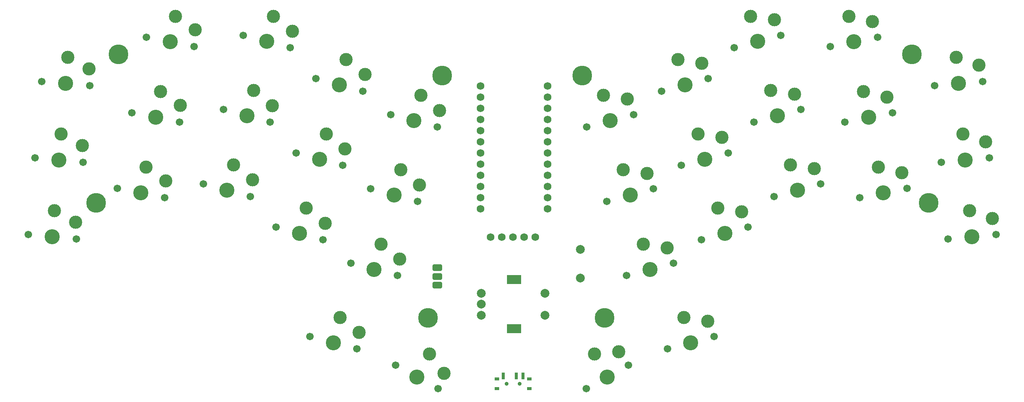
<source format=gbr>
%TF.GenerationSoftware,KiCad,Pcbnew,7.0.2*%
%TF.CreationDate,2023-06-30T22:51:36+02:00*%
%TF.ProjectId,Qeshda,51657368-6461-42e6-9b69-6361645f7063,rev?*%
%TF.SameCoordinates,Original*%
%TF.FileFunction,Soldermask,Top*%
%TF.FilePolarity,Negative*%
%FSLAX46Y46*%
G04 Gerber Fmt 4.6, Leading zero omitted, Abs format (unit mm)*
G04 Created by KiCad (PCBNEW 7.0.2) date 2023-06-30 22:51:36*
%MOMM*%
%LPD*%
G01*
G04 APERTURE LIST*
G04 Aperture macros list*
%AMRoundRect*
0 Rectangle with rounded corners*
0 $1 Rounding radius*
0 $2 $3 $4 $5 $6 $7 $8 $9 X,Y pos of 4 corners*
0 Add a 4 corners polygon primitive as box body*
4,1,4,$2,$3,$4,$5,$6,$7,$8,$9,$2,$3,0*
0 Add four circle primitives for the rounded corners*
1,1,$1+$1,$2,$3*
1,1,$1+$1,$4,$5*
1,1,$1+$1,$6,$7*
1,1,$1+$1,$8,$9*
0 Add four rect primitives between the rounded corners*
20,1,$1+$1,$2,$3,$4,$5,0*
20,1,$1+$1,$4,$5,$6,$7,0*
20,1,$1+$1,$6,$7,$8,$9,0*
20,1,$1+$1,$8,$9,$2,$3,0*%
G04 Aperture macros list end*
%ADD10C,1.701800*%
%ADD11C,3.000000*%
%ADD12C,3.429000*%
%ADD13C,4.500000*%
%ADD14R,1.000000X0.800000*%
%ADD15C,0.900000*%
%ADD16R,0.700000X1.500000*%
%ADD17C,2.000000*%
%ADD18R,3.200000X2.000000*%
%ADD19RoundRect,0.375000X0.750000X-0.375000X0.750000X0.375000X-0.750000X0.375000X-0.750000X-0.375000X0*%
%ADD20C,1.752600*%
G04 APERTURE END LIST*
D10*
%TO.C,SW28*%
X121386568Y-73005091D03*
D11*
X128239133Y-68681337D03*
D12*
X126699160Y-74428596D03*
D11*
X132499360Y-72100470D03*
D10*
X132011752Y-75852101D03*
%TD*%
%TO.C,SW20*%
X99893473Y-81739900D03*
D11*
X106746038Y-77416146D03*
D12*
X105206065Y-83163405D03*
D11*
X111006265Y-80835279D03*
D10*
X110518657Y-84586910D03*
%TD*%
%TO.C,SW1*%
X46570266Y-48563201D03*
D11*
X52567914Y-43115200D03*
D12*
X52049337Y-49042558D03*
D11*
X57357144Y-45742608D03*
D10*
X57528408Y-49521915D03*
%TD*%
%TO.C,SW21*%
X196534247Y-84586910D03*
D11*
X200306866Y-77416146D03*
D12*
X201846839Y-83163405D03*
D11*
X205705897Y-78247089D03*
D10*
X207159431Y-81739900D03*
%TD*%
%TO.C,SW23*%
X232497689Y-74992633D03*
D11*
X236761325Y-68102502D03*
D12*
X237896639Y-73943184D03*
D11*
X242089241Y-69308038D03*
D10*
X243295589Y-72893735D03*
%TD*%
%TO.C,SW7*%
X225819374Y-40635682D03*
D11*
X230083010Y-33745551D03*
D12*
X231218324Y-39586233D03*
D11*
X235410926Y-34951087D03*
D10*
X236617274Y-38536784D03*
%TD*%
%TO.C,SW32*%
X170511819Y-58948399D03*
D11*
X174284438Y-51777635D03*
D12*
X175824411Y-57524894D03*
D11*
X179683469Y-52608578D03*
D10*
X181137003Y-56101389D03*
%TD*%
%TO.C,SW37*%
X107601675Y-106581383D03*
D11*
X114454240Y-102257629D03*
D12*
X112914267Y-108004888D03*
D11*
X118714467Y-105676762D03*
D10*
X118226859Y-109428393D03*
%TD*%
%TO.C,SW30*%
X179570486Y-92755803D03*
D11*
X183343105Y-85585039D03*
D12*
X184883078Y-91332298D03*
D11*
X188742136Y-86415982D03*
D10*
X190195670Y-89908793D03*
%TD*%
%TO.C,SW16*%
X251049721Y-66955322D03*
D11*
X256010215Y-60548607D03*
D12*
X256528792Y-66475965D03*
D11*
X261182932Y-62304457D03*
D10*
X262007863Y-65996608D03*
%TD*%
%TO.C,SW5*%
X187475580Y-50779507D03*
D11*
X191248199Y-43608743D03*
D12*
X192788172Y-49356002D03*
D11*
X196647230Y-44439686D03*
D10*
X198100764Y-47932497D03*
%TD*%
%TO.C,SW12*%
X104422806Y-64836198D03*
D11*
X111275371Y-60512444D03*
D12*
X109735398Y-66259703D03*
D11*
X115535598Y-63931577D03*
D10*
X115047990Y-67683208D03*
%TD*%
%TO.C,SW2*%
X70435630Y-38536784D03*
D11*
X76969894Y-33745551D03*
D12*
X75834580Y-39586233D03*
D11*
X81458249Y-36859177D03*
D10*
X81233530Y-40635682D03*
%TD*%
%TO.C,SW14*%
X208515741Y-57823946D03*
D11*
X212288360Y-50653182D03*
D12*
X213828333Y-56400441D03*
D11*
X217687391Y-51484125D03*
D10*
X219140925Y-54976936D03*
%TD*%
%TO.C,SW19*%
X83382645Y-71880638D03*
D11*
X90235210Y-67556884D03*
D12*
X88695237Y-73304143D03*
D11*
X94495437Y-70976017D03*
D10*
X94007829Y-74727648D03*
%TD*%
%TO.C,SW4*%
X108952140Y-47932497D03*
D11*
X115804705Y-43608743D03*
D12*
X114264732Y-49356002D03*
D11*
X120064932Y-47027876D03*
D10*
X119577324Y-50779507D03*
%TD*%
%TO.C,SW3*%
X92441312Y-38073234D03*
D11*
X99293877Y-33749480D03*
D12*
X97753904Y-39496739D03*
D11*
X103554104Y-37168613D03*
D10*
X103066496Y-40920244D03*
%TD*%
%TO.C,SW18*%
X63757315Y-72893735D03*
D11*
X70291579Y-68102502D03*
D12*
X69156265Y-73943184D03*
D11*
X74779934Y-71216128D03*
D10*
X74555215Y-74992633D03*
%TD*%
%TO.C,SW13*%
X192004913Y-67683208D03*
D11*
X195777532Y-60512444D03*
D12*
X197317505Y-66259703D03*
D11*
X201176563Y-61343387D03*
D10*
X202630097Y-64836198D03*
%TD*%
%TO.C,SW39*%
X170351038Y-118473864D03*
D11*
X172276829Y-110603424D03*
D12*
X175161446Y-115807411D03*
D11*
X177716509Y-110103540D03*
D10*
X179971854Y-113140958D03*
%TD*%
%TO.C,SW6*%
X203986408Y-40920244D03*
D11*
X207759027Y-33749480D03*
D12*
X209299000Y-39496739D03*
D11*
X213158058Y-34580423D03*
D10*
X214611592Y-38073234D03*
%TD*%
%TO.C,SW9*%
X45045041Y-65996608D03*
D11*
X51042689Y-60548607D03*
D12*
X50524112Y-66475965D03*
D11*
X55831919Y-63176015D03*
D10*
X56003183Y-66955322D03*
%TD*%
%TO.C,SW17*%
X43519815Y-83430015D03*
D11*
X49517463Y-77982014D03*
D12*
X48998886Y-83909372D03*
D11*
X54306693Y-80609422D03*
D10*
X54477957Y-84388729D03*
%TD*%
%TO.C,SW10*%
X67096472Y-55715259D03*
D11*
X73630736Y-50924026D03*
D12*
X72495422Y-56764708D03*
D11*
X78119091Y-54037652D03*
D10*
X77894372Y-57814157D03*
%TD*%
%TO.C,SW40*%
X188826045Y-109428393D03*
D11*
X192598664Y-102257629D03*
D12*
X194138637Y-108004888D03*
D11*
X197997695Y-103088572D03*
D10*
X199451229Y-106581383D03*
%TD*%
%TO.C,SW27*%
X125915901Y-56101389D03*
D11*
X132768466Y-51777635D03*
D12*
X131228493Y-57524894D03*
D11*
X137028693Y-55196768D03*
D10*
X136541085Y-58948399D03*
%TD*%
%TO.C,SW29*%
X116857234Y-89908793D03*
D11*
X123709799Y-85585039D03*
D12*
X122169826Y-91332298D03*
D11*
X127970026Y-89004172D03*
D10*
X127482418Y-92755803D03*
%TD*%
%TO.C,SW8*%
X249524496Y-49521915D03*
D11*
X254484990Y-43115200D03*
D12*
X255003567Y-49042558D03*
D11*
X259657707Y-44871050D03*
D10*
X260482638Y-48563201D03*
%TD*%
%TO.C,SW15*%
X229158532Y-57814157D03*
D11*
X233422168Y-50924026D03*
D12*
X234557482Y-56764708D03*
D11*
X238750084Y-52129562D03*
D10*
X239956432Y-55715259D03*
%TD*%
%TO.C,SW31*%
X175041152Y-75852101D03*
D11*
X178813771Y-68681337D03*
D12*
X180353744Y-74428596D03*
D11*
X184212802Y-69512280D03*
D10*
X185666336Y-73005091D03*
%TD*%
%TO.C,SW24*%
X252574947Y-84388729D03*
D11*
X257535441Y-77982014D03*
D12*
X258054018Y-83909372D03*
D11*
X262708158Y-79737864D03*
D10*
X263533089Y-83430015D03*
%TD*%
%TO.C,SW38*%
X127081050Y-113140958D03*
D11*
X134776075Y-110603424D03*
D12*
X131891458Y-115807411D03*
D11*
X138082592Y-114951636D03*
D10*
X136701866Y-118473864D03*
%TD*%
%TO.C,SW11*%
X87911979Y-54976936D03*
D11*
X94764544Y-50653182D03*
D12*
X93224571Y-56400441D03*
D11*
X99024771Y-54072315D03*
D10*
X98537163Y-57823946D03*
%TD*%
%TO.C,SW22*%
X213045075Y-74727648D03*
D11*
X216817694Y-67556884D03*
D12*
X218357667Y-73304143D03*
D11*
X222216725Y-68387827D03*
D10*
X223670259Y-71880638D03*
%TD*%
D13*
%TO.C,*%
X248158000Y-76200000D03*
%TD*%
%TO.C,*%
X169418000Y-47244000D03*
%TD*%
%TO.C,*%
X134366000Y-102362000D03*
%TD*%
%TO.C,*%
X244348000Y-42418000D03*
%TD*%
%TO.C,*%
X64008000Y-42418000D03*
%TD*%
%TO.C,*%
X174498000Y-102362000D03*
%TD*%
%TO.C,*%
X137636000Y-47244000D03*
%TD*%
%TO.C,*%
X58928000Y-76200000D03*
%TD*%
D14*
%TO.C,SW25*%
X150100000Y-116245000D03*
X150100000Y-118455000D03*
D15*
X152250000Y-117355000D03*
X155250000Y-117355000D03*
D14*
X157400000Y-116245000D03*
X157400000Y-118455000D03*
D16*
X151500000Y-115595000D03*
X154500000Y-115595000D03*
X156000000Y-115595000D03*
%TD*%
D17*
%TO.C,SW26*%
X146500000Y-96750000D03*
X146500000Y-101750000D03*
X146500000Y-99250000D03*
D18*
X154000000Y-93650000D03*
X154000000Y-104850000D03*
D17*
X161000000Y-101750000D03*
X161000000Y-96750000D03*
%TD*%
D19*
%TO.C,J1*%
X136564000Y-90932000D03*
X136564000Y-92932000D03*
X136564000Y-94932000D03*
%TD*%
D17*
%TO.C,SW34*%
X169076000Y-86793000D03*
X169076000Y-93293000D03*
%TD*%
D20*
%TO.C,Display1*%
X158830000Y-83980000D03*
X156290000Y-83980000D03*
X153750000Y-83980000D03*
X151210000Y-83980000D03*
X148670000Y-83980000D03*
%TD*%
D15*
%TO.C,SW33*%
X155254418Y-117357091D03*
X152254418Y-117357091D03*
%TD*%
D20*
%TO.C,U1*%
X161544000Y-49656750D03*
X161544000Y-52196750D03*
X161544000Y-54736750D03*
X161544000Y-57276750D03*
X161544000Y-59816750D03*
X161544000Y-62356750D03*
X161544000Y-64896750D03*
X161544000Y-67436750D03*
X161544000Y-69976750D03*
X161544000Y-72516750D03*
X161544000Y-75056750D03*
X161544000Y-77596750D03*
X146304000Y-77596750D03*
X146304000Y-75056750D03*
X146304000Y-72516750D03*
X146304000Y-69976750D03*
X146304000Y-67436750D03*
X146304000Y-64896750D03*
X146304000Y-62356750D03*
X146304000Y-59816750D03*
X146304000Y-57276750D03*
X146304000Y-54736750D03*
X146304000Y-52196750D03*
X146304000Y-49656750D03*
%TD*%
M02*

</source>
